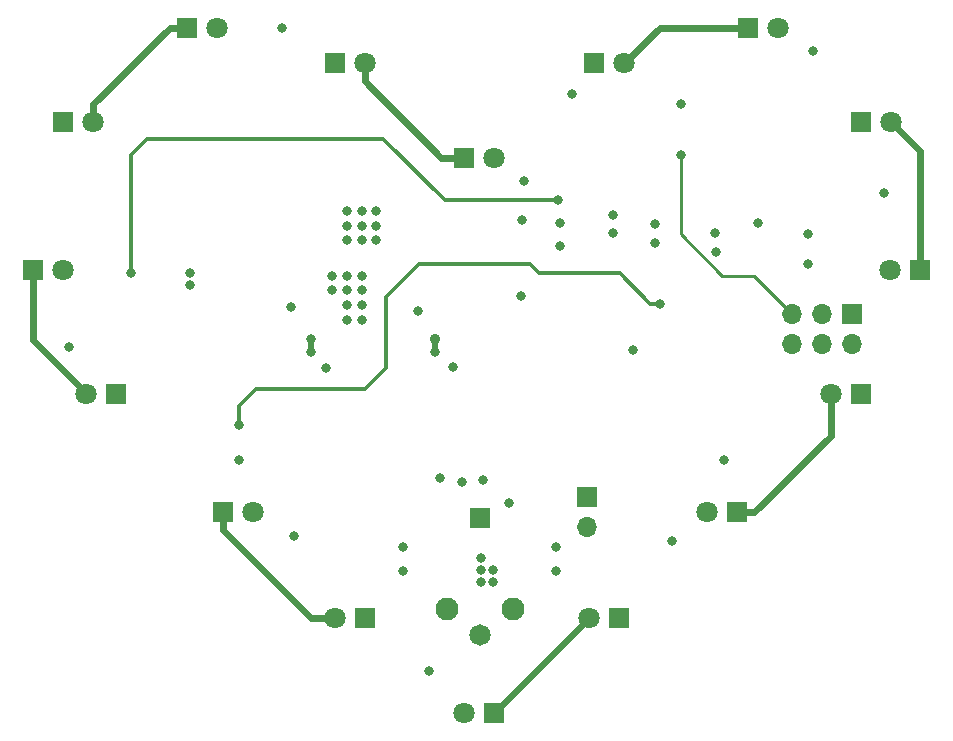
<source format=gbl>
%TF.GenerationSoftware,KiCad,Pcbnew,(7.0.0)*%
%TF.CreationDate,2023-05-16T07:50:31+02:00*%
%TF.ProjectId,MamaGeburtstag2023,4d616d61-4765-4627-9572-747374616732,rev?*%
%TF.SameCoordinates,Original*%
%TF.FileFunction,Copper,L4,Bot*%
%TF.FilePolarity,Positive*%
%FSLAX46Y46*%
G04 Gerber Fmt 4.6, Leading zero omitted, Abs format (unit mm)*
G04 Created by KiCad (PCBNEW (7.0.0)) date 2023-05-16 07:50:31*
%MOMM*%
%LPD*%
G01*
G04 APERTURE LIST*
%TA.AperFunction,ComponentPad*%
%ADD10R,1.800000X1.800000*%
%TD*%
%TA.AperFunction,ComponentPad*%
%ADD11C,1.800000*%
%TD*%
%TA.AperFunction,ComponentPad*%
%ADD12R,1.700000X1.700000*%
%TD*%
%TA.AperFunction,ComponentPad*%
%ADD13O,1.700000X1.700000*%
%TD*%
%TA.AperFunction,ComponentPad*%
%ADD14C,0.800000*%
%TD*%
%TA.AperFunction,SMDPad,CuDef*%
%ADD15R,0.500000X1.600000*%
%TD*%
%TA.AperFunction,ComponentPad*%
%ADD16C,0.900000*%
%TD*%
%TA.AperFunction,ComponentPad*%
%ADD17C,0.700000*%
%TD*%
%TA.AperFunction,SMDPad,CuDef*%
%ADD18R,1.680000X1.680000*%
%TD*%
%TA.AperFunction,ComponentPad*%
%ADD19C,1.950000*%
%TD*%
%TA.AperFunction,ComponentPad*%
%ADD20C,1.815000*%
%TD*%
%TA.AperFunction,ViaPad*%
%ADD21C,0.800000*%
%TD*%
%TA.AperFunction,Conductor*%
%ADD22C,0.625000*%
%TD*%
%TA.AperFunction,Conductor*%
%ADD23C,0.375000*%
%TD*%
%TA.AperFunction,Conductor*%
%ADD24C,0.250000*%
%TD*%
G04 APERTURE END LIST*
D10*
%TO.P,D312,1,K*%
%TO.N,Net-(D309-K)*%
X137999999Y-141999999D03*
D11*
%TO.P,D312,2,A*%
%TO.N,Net-(D304-K)*%
X135460000Y-142000000D03*
%TD*%
D10*
%TO.P,D305,1,K*%
%TO.N,Net-(D305-K)*%
X148999999Y-149999999D03*
D11*
%TO.P,D305,2,A*%
%TO.N,Net-(D305-A)*%
X146460000Y-150000000D03*
%TD*%
D10*
%TO.P,D302,1,K*%
%TO.N,Net-(D302-K)*%
X122999999Y-91999999D03*
D11*
%TO.P,D302,2,A*%
%TO.N,Net-(D302-A)*%
X125540000Y-92000000D03*
%TD*%
D12*
%TO.P,J201,1,Pin_1*%
%TO.N,/Digital/PB4(MISO)*%
X179299999Y-116224999D03*
D13*
%TO.P,J201,2,Pin_2*%
%TO.N,VCC*%
X179299999Y-118764999D03*
%TO.P,J201,3,Pin_3*%
%TO.N,/Digital/PB5(SCK)*%
X176759999Y-116224999D03*
%TO.P,J201,4,Pin_4*%
%TO.N,/Digital/PB3(MOSI)*%
X176759999Y-118764999D03*
%TO.P,J201,5,Pin_5*%
%TO.N,/Digital/PC6(NRST)*%
X174219999Y-116224999D03*
%TO.P,J201,6,Pin_6*%
%TO.N,GND*%
X174219999Y-118764999D03*
%TD*%
D10*
%TO.P,D315,1,K*%
%TO.N,Net-(D309-K)*%
X179999999Y-99999999D03*
D11*
%TO.P,D315,2,A*%
%TO.N,Net-(D307-K)*%
X182540000Y-100000000D03*
%TD*%
D14*
%TO.P,U202,7,EP*%
%TO.N,GND*%
X144000000Y-119450000D03*
D15*
X143999999Y-118899999D03*
D16*
X144000000Y-118350000D03*
%TD*%
D10*
%TO.P,D311,1,K*%
%TO.N,Net-(D309-K)*%
X116999999Y-122999999D03*
D11*
%TO.P,D311,2,A*%
%TO.N,Net-(D303-K)*%
X114460000Y-123000000D03*
%TD*%
D17*
%TO.P,U102,17,VSS*%
%TO.N,GND*%
X148150000Y-133900000D03*
X148150000Y-133100000D03*
D18*
X147749999Y-133499999D03*
D17*
X147350000Y-133900000D03*
X147350000Y-133100000D03*
%TD*%
D10*
%TO.P,D316,1,K*%
%TO.N,Net-(D309-K)*%
X157459999Y-94999999D03*
D11*
%TO.P,D316,2,A*%
%TO.N,Net-(D308-K)*%
X160000000Y-95000000D03*
%TD*%
D10*
%TO.P,D303,1,K*%
%TO.N,Net-(D303-K)*%
X109959999Y-112499999D03*
D11*
%TO.P,D303,2,A*%
%TO.N,Net-(D303-A)*%
X112500000Y-112500000D03*
%TD*%
D10*
%TO.P,D304,1,K*%
%TO.N,Net-(D304-K)*%
X125999999Y-132999999D03*
D11*
%TO.P,D304,2,A*%
%TO.N,Net-(D304-A)*%
X128540000Y-133000000D03*
%TD*%
D10*
%TO.P,D314,1,K*%
%TO.N,Net-(D309-K)*%
X179999999Y-122999999D03*
D11*
%TO.P,D314,2,A*%
%TO.N,Net-(D306-K)*%
X177460000Y-123000000D03*
%TD*%
D10*
%TO.P,D306,1,K*%
%TO.N,Net-(D306-K)*%
X169539999Y-132999999D03*
D11*
%TO.P,D306,2,A*%
%TO.N,Net-(D306-A)*%
X167000000Y-133000000D03*
%TD*%
D10*
%TO.P,D310,1,K*%
%TO.N,Net-(D309-K)*%
X112459999Y-99999999D03*
D11*
%TO.P,D310,2,A*%
%TO.N,Net-(D302-K)*%
X115000000Y-100000000D03*
%TD*%
D12*
%TO.P,J102,1,Pin_1*%
%TO.N,GND*%
X156849999Y-131724999D03*
D13*
%TO.P,J102,2,Pin_2*%
%TO.N,/VBAT*%
X156849999Y-134264999D03*
%TD*%
D14*
%TO.P,U301,7,EP*%
%TO.N,GND*%
X133500000Y-119450000D03*
D15*
X133499999Y-118899999D03*
D14*
X133500000Y-118350000D03*
%TD*%
D10*
%TO.P,D307,1,K*%
%TO.N,Net-(D307-K)*%
X184999999Y-112499999D03*
D11*
%TO.P,D307,2,A*%
%TO.N,Net-(D307-A)*%
X182460000Y-112500000D03*
%TD*%
D10*
%TO.P,D308,1,K*%
%TO.N,Net-(D308-K)*%
X170459999Y-91999999D03*
D11*
%TO.P,D308,2,A*%
%TO.N,Net-(D308-A)*%
X173000000Y-92000000D03*
%TD*%
D10*
%TO.P,D313,1,K*%
%TO.N,Net-(D309-K)*%
X159539999Y-141999999D03*
D11*
%TO.P,D313,2,A*%
%TO.N,Net-(D305-K)*%
X157000000Y-142000000D03*
%TD*%
D10*
%TO.P,D301,1,K*%
%TO.N,Net-(D301-K)*%
X146459999Y-102999999D03*
D11*
%TO.P,D301,2,A*%
%TO.N,Net-(D301-A)*%
X149000000Y-103000000D03*
%TD*%
D10*
%TO.P,D309,1,K*%
%TO.N,Net-(D309-K)*%
X135459999Y-94999999D03*
D11*
%TO.P,D309,2,A*%
%TO.N,Net-(D301-K)*%
X138000000Y-95000000D03*
%TD*%
D19*
%TO.P,J101,MH1,MH1*%
%TO.N,unconnected-(J101-PadMH1)*%
X144950000Y-141250000D03*
%TO.P,J101,MH2,MH2*%
%TO.N,unconnected-(J101-PadMH2)*%
X150550000Y-141250000D03*
D20*
%TO.P,J101,MH3,MH3*%
%TO.N,unconnected-(J101-PadMH3)*%
X147750000Y-143399000D03*
%TD*%
D21*
%TO.N,GND*%
X123200000Y-113800000D03*
X168400000Y-128600000D03*
X141250000Y-136000000D03*
X150250000Y-132250000D03*
X146224500Y-130500000D03*
X141250000Y-138000000D03*
X154250000Y-138000000D03*
X175525000Y-112000000D03*
X131750000Y-115650000D03*
X175525000Y-109500000D03*
X159025000Y-109400000D03*
X145500000Y-120750000D03*
X144350000Y-130100000D03*
X151250000Y-114750000D03*
X159000000Y-107875500D03*
X155600000Y-97600000D03*
X148844000Y-138938000D03*
X154250000Y-136000000D03*
X171275000Y-108500000D03*
X154525000Y-108500000D03*
X148012500Y-130302000D03*
X142500000Y-116000000D03*
X147828000Y-137922000D03*
X127400000Y-128600000D03*
X147828000Y-138938000D03*
X134700000Y-120800000D03*
X147828000Y-136906000D03*
X123200000Y-112800000D03*
X148844000Y-137922000D03*
X160750000Y-119250000D03*
X154525000Y-110500000D03*
%TO.N,VD*%
X136500000Y-113000000D03*
X135250000Y-113000000D03*
X137750000Y-113000000D03*
X164000000Y-135500000D03*
X136500000Y-116750000D03*
X135250000Y-114250000D03*
X137750000Y-115500000D03*
X176000000Y-94000000D03*
X151500000Y-105000000D03*
X131000000Y-92000000D03*
X136500000Y-114250000D03*
X143500000Y-146500000D03*
X182000000Y-106000000D03*
X137750000Y-114250000D03*
X113000000Y-119000000D03*
X136500000Y-115500000D03*
X137750000Y-116750000D03*
X132000000Y-135000000D03*
%TO.N,/Digital/PD4(T0)*%
X154400000Y-106600000D03*
X118200000Y-112800000D03*
%TO.N,/Digital/PD6(AIN0)\u005CLIGHT*%
X127400000Y-125600000D03*
X163000000Y-115400000D03*
%TO.N,/Digital/PC6(NRST)*%
X164775000Y-102750000D03*
%TO.N,VCC*%
X136500000Y-107500000D03*
X167800000Y-111000000D03*
X162600000Y-108600000D03*
X137750000Y-107500000D03*
X137750000Y-110000000D03*
X136500000Y-110000000D03*
X167700000Y-109400000D03*
X136500000Y-108750000D03*
X151300000Y-108300000D03*
X137750000Y-108750000D03*
X164775000Y-98500000D03*
X139000000Y-108750000D03*
X162600000Y-110200000D03*
X139000000Y-107500000D03*
X139000000Y-110000000D03*
%TD*%
D22*
%TO.N,Net-(D301-K)*%
X144500000Y-103000000D02*
X146460000Y-103000000D01*
X138000000Y-95000000D02*
X138000000Y-96500000D01*
X138000000Y-96500000D02*
X144500000Y-103000000D01*
%TO.N,Net-(D302-K)*%
X115000000Y-100000000D02*
X115000000Y-98500000D01*
X115000000Y-98500000D02*
X121500000Y-92000000D01*
X121500000Y-92000000D02*
X123000000Y-92000000D01*
%TO.N,Net-(D303-K)*%
X114460000Y-123000000D02*
X114460000Y-122960000D01*
X109960000Y-118460000D02*
X109960000Y-112500000D01*
X114460000Y-122960000D02*
X109960000Y-118460000D01*
%TO.N,Net-(D304-K)*%
X133500000Y-142000000D02*
X126000000Y-134500000D01*
X126000000Y-134500000D02*
X126000000Y-133000000D01*
X135460000Y-142000000D02*
X133500000Y-142000000D01*
%TO.N,Net-(D305-K)*%
X157000000Y-142000000D02*
X149000000Y-150000000D01*
%TO.N,Net-(D306-K)*%
X177460000Y-126540000D02*
X171000000Y-133000000D01*
X177460000Y-123000000D02*
X177460000Y-126540000D01*
X171000000Y-133000000D02*
X169540000Y-133000000D01*
%TO.N,Net-(D307-K)*%
X185000000Y-102460000D02*
X182540000Y-100000000D01*
X185000000Y-112500000D02*
X185000000Y-102460000D01*
%TO.N,Net-(D308-K)*%
X163000000Y-92000000D02*
X170460000Y-92000000D01*
X160000000Y-95000000D02*
X163000000Y-92000000D01*
D23*
%TO.N,/Digital/PD4(T0)*%
X118200000Y-102800000D02*
X119600000Y-101400000D01*
X118200000Y-112800000D02*
X118200000Y-102800000D01*
X144800000Y-106600000D02*
X154400000Y-106600000D01*
X119600000Y-101400000D02*
X139600000Y-101400000D01*
X139600000Y-101400000D02*
X144800000Y-106600000D01*
%TO.N,/Digital/PD6(AIN0)\u005CLIGHT*%
X152000000Y-112000000D02*
X142600000Y-112000000D01*
X163000000Y-115400000D02*
X162200000Y-115400000D01*
X162200000Y-115400000D02*
X159600000Y-112800000D01*
X128800000Y-122600000D02*
X127400000Y-124000000D01*
X152800000Y-112800000D02*
X152000000Y-112000000D01*
X142600000Y-112000000D02*
X139800000Y-114800000D01*
X127400000Y-124000000D02*
X127400000Y-125600000D01*
X139800000Y-120800000D02*
X138000000Y-122600000D01*
X159600000Y-112800000D02*
X152800000Y-112800000D01*
X139800000Y-114800000D02*
X139800000Y-120800000D01*
X138000000Y-122600000D02*
X128800000Y-122600000D01*
D24*
%TO.N,/Digital/PC6(NRST)*%
X170995000Y-113000000D02*
X168300000Y-113000000D01*
X174220000Y-116225000D02*
X170995000Y-113000000D01*
X164775000Y-109475000D02*
X164775000Y-102750000D01*
X168300000Y-113000000D02*
X164775000Y-109475000D01*
%TD*%
M02*

</source>
